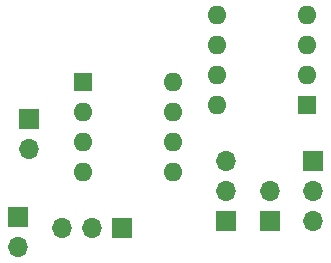
<source format=gbr>
%TF.GenerationSoftware,KiCad,Pcbnew,8.0.6*%
%TF.CreationDate,2024-12-29T21:13:32-06:00*%
%TF.ProjectId,Wienbridge,5769656e-6272-4696-9467-652e6b696361,rev?*%
%TF.SameCoordinates,Original*%
%TF.FileFunction,Soldermask,Bot*%
%TF.FilePolarity,Negative*%
%FSLAX46Y46*%
G04 Gerber Fmt 4.6, Leading zero omitted, Abs format (unit mm)*
G04 Created by KiCad (PCBNEW 8.0.6) date 2024-12-29 21:13:32*
%MOMM*%
%LPD*%
G01*
G04 APERTURE LIST*
%ADD10R,1.700000X1.700000*%
%ADD11O,1.700000X1.700000*%
%ADD12R,1.600000X1.600000*%
%ADD13O,1.600000X1.600000*%
G04 APERTURE END LIST*
D10*
%TO.C,RV2*%
X128000000Y-126370000D03*
D11*
X128000000Y-123830000D03*
X128000000Y-121290000D03*
%TD*%
D10*
%TO.C,RV3*%
X135400000Y-121300000D03*
D11*
X135400000Y-123840000D03*
X135400000Y-126380000D03*
%TD*%
D12*
%TO.C,U4*%
X115900000Y-114600000D03*
D13*
X115900000Y-117140000D03*
X115900000Y-119680000D03*
X115900000Y-122220000D03*
X123520000Y-122220000D03*
X123520000Y-119680000D03*
X123520000Y-117140000D03*
X123520000Y-114600000D03*
%TD*%
D10*
%TO.C,BT1*%
X111300000Y-117725000D03*
D11*
X111300000Y-120265000D03*
%TD*%
D12*
%TO.C,U5*%
X134900000Y-116600000D03*
D13*
X134900000Y-114060000D03*
X134900000Y-111520000D03*
X134900000Y-108980000D03*
X127280000Y-108980000D03*
X127280000Y-111520000D03*
X127280000Y-114060000D03*
X127280000Y-116600000D03*
%TD*%
D10*
%TO.C,J2*%
X110400000Y-126025000D03*
D11*
X110400000Y-128565000D03*
%TD*%
D10*
%TO.C,DualPot1*%
X119200000Y-127000000D03*
D11*
X116660000Y-127000000D03*
X114120000Y-127000000D03*
%TD*%
D10*
%TO.C,J1*%
X131700000Y-126375000D03*
D11*
X131700000Y-123835000D03*
%TD*%
M02*

</source>
